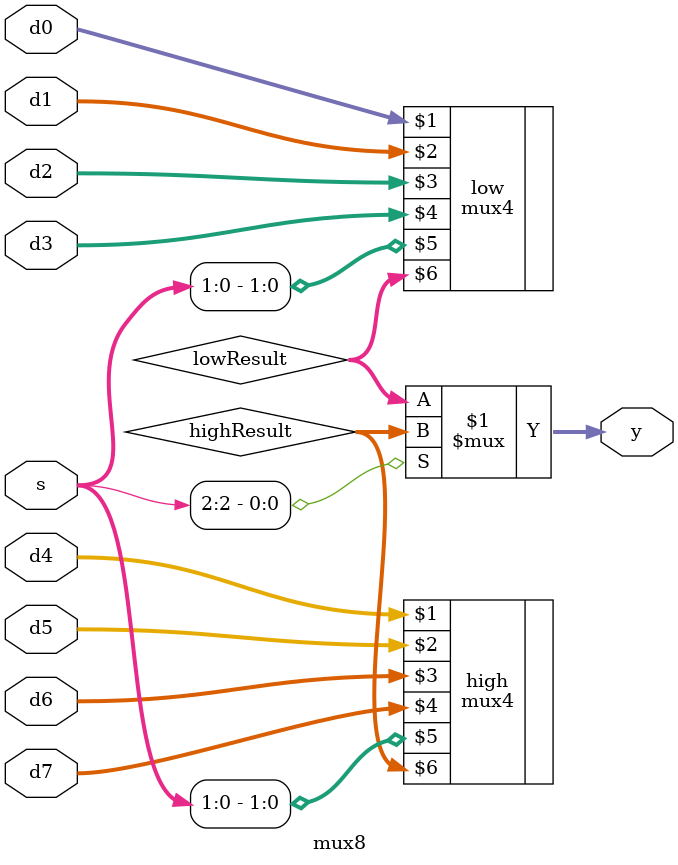
<source format=sv>
`timescale 1ns / 1ps

module mux8(
input logic [7:0] d0, d1, d2, d3, d4, d5, d6, d7,
input logic [2:0] s,
output logic [7:0] y
    );
    
    wire [7:0]lowResult, highResult;
    mux4 low(d0, d1, d2, d3, s[1:0], lowResult);
    mux4 high(d4, d5, d6, d7, s[1:0], highResult);
    
    assign y = s[2] ? highResult: lowResult;
    
endmodule

</source>
